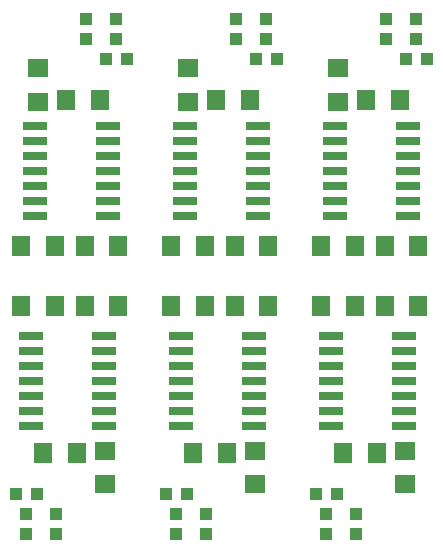
<source format=gbr>
G04 EAGLE Gerber X2 export*
%TF.Part,Single*%
%TF.FileFunction,Paste,Top*%
%TF.FilePolarity,Positive*%
%TF.GenerationSoftware,Autodesk,EAGLE,9.1.0*%
%TF.CreationDate,2018-12-10T23:06:03Z*%
G75*
%MOMM*%
%FSLAX34Y34*%
%LPD*%
%AMOC8*
5,1,8,0,0,1.08239X$1,22.5*%
G01*
%ADD10R,2.032000X0.660400*%
%ADD11R,1.600000X1.803000*%
%ADD12R,1.803000X1.600000*%
%ADD13R,1.000000X1.100000*%
%ADD14R,1.100000X1.000000*%


D10*
X93091Y209550D03*
X154559Y209550D03*
X93091Y196850D03*
X93091Y184150D03*
X154559Y196850D03*
X154559Y184150D03*
X93091Y171450D03*
X154559Y171450D03*
X93091Y158750D03*
X93091Y146050D03*
X154559Y158750D03*
X154559Y146050D03*
X93091Y133350D03*
X154559Y133350D03*
D11*
X166620Y234950D03*
X138180Y234950D03*
D12*
X155575Y112645D03*
X155575Y84205D03*
D11*
X112645Y234950D03*
X84205Y234950D03*
X131695Y111125D03*
X103255Y111125D03*
D13*
X80400Y76200D03*
X97400Y76200D03*
D14*
X88900Y59300D03*
X88900Y42300D03*
X114300Y59300D03*
X114300Y42300D03*
D10*
X220091Y209550D03*
X281559Y209550D03*
X220091Y196850D03*
X220091Y184150D03*
X281559Y196850D03*
X281559Y184150D03*
X220091Y171450D03*
X281559Y171450D03*
X220091Y158750D03*
X220091Y146050D03*
X281559Y158750D03*
X281559Y146050D03*
X220091Y133350D03*
X281559Y133350D03*
D11*
X293620Y234950D03*
X265180Y234950D03*
D12*
X282575Y112645D03*
X282575Y84205D03*
D11*
X239645Y234950D03*
X211205Y234950D03*
X258695Y111125D03*
X230255Y111125D03*
D13*
X207400Y76200D03*
X224400Y76200D03*
D14*
X215900Y59300D03*
X215900Y42300D03*
X241300Y59300D03*
X241300Y42300D03*
D10*
X347091Y209550D03*
X408559Y209550D03*
X347091Y196850D03*
X347091Y184150D03*
X408559Y196850D03*
X408559Y184150D03*
X347091Y171450D03*
X408559Y171450D03*
X347091Y158750D03*
X347091Y146050D03*
X408559Y158750D03*
X408559Y146050D03*
X347091Y133350D03*
X408559Y133350D03*
D11*
X420620Y234950D03*
X392180Y234950D03*
D12*
X409575Y112645D03*
X409575Y84205D03*
D11*
X366645Y234950D03*
X338205Y234950D03*
X385695Y111125D03*
X357255Y111125D03*
D13*
X334400Y76200D03*
X351400Y76200D03*
D14*
X342900Y59300D03*
X342900Y42300D03*
X368300Y59300D03*
X368300Y42300D03*
D10*
X411734Y311150D03*
X350266Y311150D03*
X411734Y323850D03*
X411734Y336550D03*
X350266Y323850D03*
X350266Y336550D03*
X411734Y349250D03*
X350266Y349250D03*
X411734Y361950D03*
X411734Y374650D03*
X350266Y361950D03*
X350266Y374650D03*
X411734Y387350D03*
X350266Y387350D03*
D11*
X338205Y285750D03*
X366645Y285750D03*
D12*
X352425Y408055D03*
X352425Y436495D03*
D11*
X392180Y285750D03*
X420620Y285750D03*
X376305Y409575D03*
X404745Y409575D03*
D13*
X427600Y444500D03*
X410600Y444500D03*
D14*
X419100Y461400D03*
X419100Y478400D03*
X393700Y461400D03*
X393700Y478400D03*
D10*
X284734Y311150D03*
X223266Y311150D03*
X284734Y323850D03*
X284734Y336550D03*
X223266Y323850D03*
X223266Y336550D03*
X284734Y349250D03*
X223266Y349250D03*
X284734Y361950D03*
X284734Y374650D03*
X223266Y361950D03*
X223266Y374650D03*
X284734Y387350D03*
X223266Y387350D03*
D11*
X211205Y285750D03*
X239645Y285750D03*
D12*
X225425Y408055D03*
X225425Y436495D03*
D11*
X265180Y285750D03*
X293620Y285750D03*
X249305Y409575D03*
X277745Y409575D03*
D13*
X300600Y444500D03*
X283600Y444500D03*
D14*
X292100Y461400D03*
X292100Y478400D03*
X266700Y461400D03*
X266700Y478400D03*
D10*
X157734Y311150D03*
X96266Y311150D03*
X157734Y323850D03*
X157734Y336550D03*
X96266Y323850D03*
X96266Y336550D03*
X157734Y349250D03*
X96266Y349250D03*
X157734Y361950D03*
X157734Y374650D03*
X96266Y361950D03*
X96266Y374650D03*
X157734Y387350D03*
X96266Y387350D03*
D11*
X84205Y285750D03*
X112645Y285750D03*
D12*
X98425Y408055D03*
X98425Y436495D03*
D11*
X138180Y285750D03*
X166620Y285750D03*
X122305Y409575D03*
X150745Y409575D03*
D13*
X173600Y444500D03*
X156600Y444500D03*
D14*
X165100Y461400D03*
X165100Y478400D03*
X139700Y461400D03*
X139700Y478400D03*
M02*

</source>
